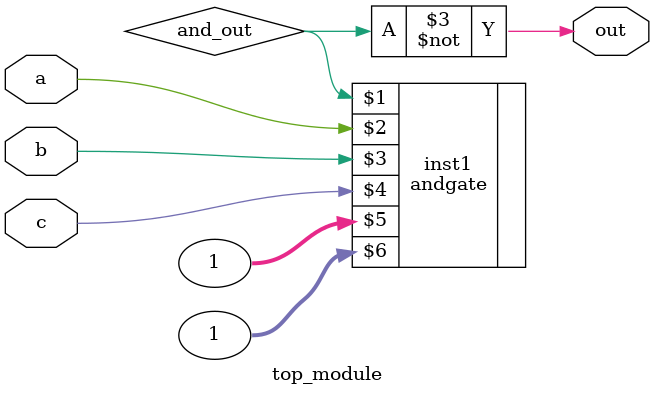
<source format=v>
module top_module (input a, input b, input c, output out);//
	wire and_out;
    andgate inst1(and_out, a, b, c, 1, 1 );
	assign out = ~and_out;
endmodule

</source>
